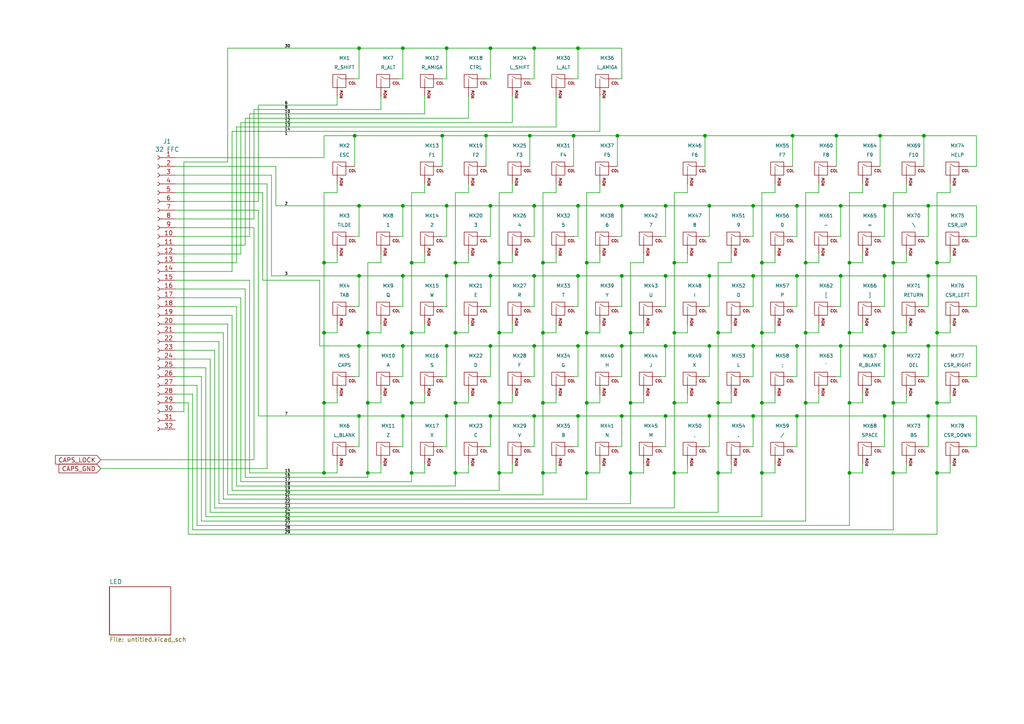
<source format=kicad_sch>
(kicad_sch (version 20231120) (generator "eeschema") (generator_version "8.0")
  (paper "A4")
  (junction (at 218.44 100.33))
  (junction (at 167.64 80.01))
  (junction (at 93.98 137.16))
  (junction (at 154.94 80.01))
  (junction (at 166.37 39.37))
  (junction (at 195.58 116.84))
  (junction (at 167.64 120.65))
  (junction (at 104.14 100.33))
  (junction (at 259.08 137.16))
  (junction (at 144.78 76.2))
  (junction (at 116.84 59.69))
  (junction (at 256.54 100.33))
  (junction (at 243.84 100.33))
  (junction (at 142.24 100.33))
  (junction (at 259.08 96.52))
  (junction (at 218.44 80.01))
  (junction (at 132.08 76.2))
  (junction (at 205.74 59.69))
  (junction (at 157.48 137.16))
  (junction (at 259.08 76.2))
  (junction (at 104.14 59.69))
  (junction (at 116.84 100.33))
  (junction (at 116.84 80.01))
  (junction (at 195.58 96.52))
  (junction (at 129.54 59.69))
  (junction (at 154.94 13.97))
  (junction (at 233.68 96.52))
  (junction (at 195.58 137.16))
  (junction (at 132.08 96.52))
  (junction (at 154.94 100.33))
  (junction (at 271.78 96.52))
  (junction (at 208.28 116.84))
  (junction (at 243.84 59.69))
  (junction (at 104.14 80.01))
  (junction (at 229.87 39.37))
  (junction (at 271.78 116.84))
  (junction (at 132.08 137.16))
  (junction (at 218.44 59.69))
  (junction (at 205.74 120.65))
  (junction (at 271.78 137.16))
  (junction (at 182.88 96.52))
  (junction (at 205.74 100.33))
  (junction (at 129.54 80.01))
  (junction (at 255.27 39.37))
  (junction (at 170.18 96.52))
  (junction (at 157.48 96.52))
  (junction (at 180.34 100.33))
  (junction (at 271.78 76.2))
  (junction (at 231.14 100.33))
  (junction (at 218.44 120.65))
  (junction (at 269.24 59.69))
  (junction (at 233.68 116.84))
  (junction (at 170.18 137.16))
  (junction (at 195.58 76.2))
  (junction (at 142.24 120.65))
  (junction (at 119.38 96.52))
  (junction (at 180.34 59.69))
  (junction (at 116.84 120.65))
  (junction (at 256.54 59.69))
  (junction (at 256.54 80.01))
  (junction (at 182.88 137.16))
  (junction (at 269.24 80.01))
  (junction (at 140.97 39.37))
  (junction (at 231.14 80.01))
  (junction (at 144.78 96.52))
  (junction (at 142.24 59.69))
  (junction (at 106.68 137.16))
  (junction (at 233.68 76.2))
  (junction (at 142.24 80.01))
  (junction (at 129.54 100.33))
  (junction (at 243.84 80.01))
  (junction (at 204.47 39.37))
  (junction (at 180.34 80.01))
  (junction (at 106.68 96.52))
  (junction (at 170.18 116.84))
  (junction (at 144.78 137.16))
  (junction (at 269.24 100.33))
  (junction (at 116.84 13.97))
  (junction (at 119.38 76.2))
  (junction (at 193.04 59.69))
  (junction (at 102.87 39.37))
  (junction (at 119.38 137.16))
  (junction (at 93.98 96.52))
  (junction (at 269.24 120.65))
  (junction (at 231.14 59.69))
  (junction (at 220.98 137.16))
  (junction (at 104.14 13.97))
  (junction (at 154.94 59.69))
  (junction (at 119.38 116.84))
  (junction (at 267.97 39.37))
  (junction (at 179.07 39.37))
  (junction (at 193.04 80.01))
  (junction (at 129.54 120.65))
  (junction (at 246.38 116.84))
  (junction (at 128.27 39.37))
  (junction (at 256.54 120.65))
  (junction (at 157.48 116.84))
  (junction (at 208.28 137.16))
  (junction (at 104.14 120.65))
  (junction (at 231.14 120.65))
  (junction (at 93.98 116.84))
  (junction (at 144.78 116.84))
  (junction (at 259.08 116.84))
  (junction (at 242.57 39.37))
  (junction (at 208.28 96.52))
  (junction (at 220.98 76.2))
  (junction (at 180.34 120.65))
  (junction (at 154.94 120.65))
  (junction (at 129.54 13.97))
  (junction (at 182.88 116.84))
  (junction (at 142.24 13.97))
  (junction (at 153.67 39.37))
  (junction (at 220.98 116.84))
  (junction (at 205.74 80.01))
  (junction (at 170.18 76.2))
  (junction (at 93.98 76.2))
  (junction (at 220.98 96.52))
  (junction (at 246.38 96.52))
  (junction (at 193.04 100.33))
  (junction (at 132.08 116.84))
  (junction (at 193.04 120.65))
  (junction (at 157.48 76.2))
  (junction (at 167.64 13.97))
  (junction (at 167.64 100.33))
  (junction (at 106.68 116.84))
  (junction (at 246.38 76.2))
  (junction (at 167.64 59.69))
  (junction (at 246.38 137.16))
  (wire (pts (xy 67.31 142.24) (xy 144.78 142.24)))
  (wire (pts (xy 157.48 137.16) (xy 157.48 116.84)))
  (wire (pts (xy 179.07 129.54) (xy 180.34 129.54)))
  (wire (pts (xy 166.37 88.9) (xy 167.64 88.9)))
  (wire (pts (xy 259.08 153.67) (xy 259.08 137.16)))
  (wire (pts (xy 58.42 151.13) (xy 233.68 151.13)))
  (wire (pts (xy 182.88 116.84) (xy 182.88 96.52)))
  (wire (pts (xy 104.14 22.86) (xy 104.14 13.97)))
  (wire (pts (xy 161.29 73.66) (xy 161.29 76.2)))
  (wire (pts (xy 55.88 153.67) (xy 259.08 153.67)))
  (wire (pts (xy 67.31 91.44) (xy 50.8 91.44)))
  (wire (pts (xy 186.69 137.16) (xy 182.88 137.16)))
  (wire (pts (xy 180.34 68.58) (xy 180.34 59.69)))
  (wire (pts (xy 283.21 109.22) (xy 280.67 109.22)))
  (wire (pts (xy 59.69 106.68) (xy 50.8 106.68)))
  (wire (pts (xy 115.57 129.54) (xy 116.84 129.54)))
  (wire (pts (xy 144.78 76.2) (xy 144.78 55.88)))
  (wire (pts (xy 186.69 116.84) (xy 182.88 116.84)))
  (wire (pts (xy 283.21 129.54) (xy 283.21 120.65)))
  (wire (pts (xy 72.39 137.16) (xy 72.39 81.28)))
  (wire (pts (xy 123.19 76.2) (xy 119.38 76.2)))
  (wire (pts (xy 129.54 13.97) (xy 142.24 13.97)))
  (wire (pts (xy 275.59 137.16) (xy 271.78 137.16)))
  (wire (pts (xy 102.87 88.9) (xy 104.14 88.9)))
  (wire (pts (xy 170.18 144.78) (xy 170.18 137.16)))
  (wire (pts (xy 243.84 68.58) (xy 243.84 59.69)))
  (wire (pts (xy 208.28 148.59) (xy 208.28 137.16)))
  (wire (pts (xy 68.58 36.83) (xy 68.58 76.2)))
  (wire (pts (xy 144.78 116.84) (xy 144.78 96.52)))
  (wire (pts (xy 224.79 96.52) (xy 220.98 96.52)))
  (wire (pts (xy 123.19 134.62) (xy 123.19 137.16)))
  (wire (pts (xy 77.47 53.34) (xy 77.47 135.89)))
  (wire (pts (xy 157.48 76.2) (xy 157.48 55.88)))
  (wire (pts (xy 224.79 55.88) (xy 220.98 55.88)))
  (wire (pts (xy 135.89 134.62) (xy 135.89 137.16)))
  (wire (pts (xy 161.29 76.2) (xy 157.48 76.2)))
  (wire (pts (xy 280.67 68.58) (xy 283.21 68.58)))
  (wire (pts (xy 237.49 76.2) (xy 233.68 76.2)))
  (wire (pts (xy 93.98 96.52) (xy 93.98 116.84)))
  (wire (pts (xy 80.01 59.69) (xy 80.01 48.26)))
  (wire (pts (xy 212.09 73.66) (xy 212.09 76.2)))
  (wire (pts (xy 218.44 88.9) (xy 218.44 80.01)))
  (wire (pts (xy 246.38 116.84) (xy 246.38 137.16)))
  (wire (pts (xy 104.14 100.33) (xy 116.84 100.33)))
  (wire (pts (xy 144.78 96.52) (xy 144.78 76.2)))
  (wire (pts (xy 231.14 109.22) (xy 231.14 100.33)))
  (wire (pts (xy 53.34 46.99) (xy 66.04 46.99)))
  (wire (pts (xy 180.34 80.01) (xy 167.64 80.01)))
  (wire (pts (xy 142.24 80.01) (xy 129.54 80.01)))
  (wire (pts (xy 97.79 55.88) (xy 93.98 55.88)))
  (wire (pts (xy 140.97 109.22) (xy 142.24 109.22)))
  (wire (pts (xy 68.58 76.2) (xy 50.8 76.2)))
  (wire (pts (xy 255.27 88.9) (xy 256.54 88.9)))
  (wire (pts (xy 73.66 31.75) (xy 73.66 63.5)))
  (wire (pts (xy 142.24 88.9) (xy 142.24 80.01)))
  (wire (pts (xy 161.29 134.62) (xy 161.29 137.16)))
  (wire (pts (xy 102.87 129.54) (xy 104.14 129.54)))
  (wire (pts (xy 224.79 114.3) (xy 224.79 116.84)))
  (wire (pts (xy 173.99 114.3) (xy 173.99 116.84)))
  (wire (pts (xy 128.27 109.22) (xy 129.54 109.22)))
  (wire (pts (xy 157.48 116.84) (xy 157.48 96.52)))
  (wire (pts (xy 154.94 109.22) (xy 154.94 100.33)))
  (wire (pts (xy 224.79 134.62) (xy 224.79 137.16)))
  (wire (pts (xy 280.67 88.9) (xy 283.21 88.9)))
  (wire (pts (xy 78.74 80.01) (xy 78.74 50.8)))
  (wire (pts (xy 74.93 120.65) (xy 74.93 60.96)))
  (wire (pts (xy 116.84 22.86) (xy 116.84 13.97)))
  (wire (pts (xy 231.14 120.65) (xy 218.44 120.65)))
  (wire (pts (xy 97.79 134.62) (xy 97.79 137.16)))
  (wire (pts (xy 116.84 68.58) (xy 116.84 59.69)))
  (wire (pts (xy 102.87 22.86) (xy 104.14 22.86)))
  (wire (pts (xy 218.44 109.22) (xy 218.44 100.33)))
  (wire (pts (xy 102.87 48.26) (xy 102.87 39.37)))
  (wire (pts (xy 71.12 34.29) (xy 135.89 34.29)))
  (wire (pts (xy 148.59 27.94) (xy 148.59 35.56)))
  (wire (pts (xy 128.27 22.86) (xy 129.54 22.86)))
  (wire (pts (xy 132.08 76.2) (xy 132.08 55.88)))
  (wire (pts (xy 195.58 76.2) (xy 195.58 55.88)))
  (wire (pts (xy 208.28 96.52) (xy 208.28 76.2)))
  (wire (pts (xy 217.17 129.54) (xy 218.44 129.54)))
  (wire (pts (xy 246.38 76.2) (xy 246.38 96.52)))
  (wire (pts (xy 74.93 120.65) (xy 104.14 120.65)))
  (wire (pts (xy 250.19 134.62) (xy 250.19 137.16)))
  (wire (pts (xy 218.44 59.69) (xy 231.14 59.69)))
  (wire (pts (xy 283.21 68.58) (xy 283.21 59.69)))
  (wire (pts (xy 132.08 96.52) (xy 132.08 76.2)))
  (wire (pts (xy 173.99 137.16) (xy 170.18 137.16)))
  (wire (pts (xy 129.54 59.69) (xy 142.24 59.69)))
  (wire (pts (xy 170.18 116.84) (xy 170.18 96.52)))
  (wire (pts (xy 224.79 93.98) (xy 224.79 96.52)))
  (wire (pts (xy 154.94 68.58) (xy 154.94 59.69)))
  (wire (pts (xy 132.08 137.16) (xy 132.08 116.84)))
  (wire (pts (xy 283.21 48.26) (xy 283.21 39.37)))
  (wire (pts (xy 195.58 96.52) (xy 195.58 76.2)))
  (wire (pts (xy 72.39 33.02) (xy 72.39 68.58)))
  (wire (pts (xy 204.47 68.58) (xy 205.74 68.58)))
  (wire (pts (xy 110.49 73.66) (xy 110.49 76.2)))
  (wire (pts (xy 166.37 109.22) (xy 167.64 109.22)))
  (wire (pts (xy 76.2 55.88) (xy 76.2 81.28)))
  (wire (pts (xy 166.37 22.86) (xy 167.64 22.86)))
  (wire (pts (xy 74.93 58.42) (xy 50.8 58.42)))
  (wire (pts (xy 93.98 39.37) (xy 102.87 39.37)))
  (wire (pts (xy 179.07 48.26) (xy 179.07 39.37)))
  (wire (pts (xy 71.12 138.43) (xy 71.12 83.82)))
  (wire (pts (xy 129.54 129.54) (xy 129.54 120.65)))
  (wire (pts (xy 142.24 120.65) (xy 129.54 120.65)))
  (wire (pts (xy 161.29 116.84) (xy 157.48 116.84)))
  (wire (pts (xy 167.64 120.65) (xy 154.94 120.65)))
  (wire (pts (xy 250.19 96.52) (xy 246.38 96.52)))
  (wire (pts (xy 231.14 88.9) (xy 231.14 80.01)))
  (wire (pts (xy 148.59 114.3) (xy 148.59 116.84)))
  (wire (pts (xy 242.57 39.37) (xy 255.27 39.37)))
  (wire (pts (xy 157.48 55.88) (xy 161.29 55.88)))
  (wire (pts (xy 74.93 30.48) (xy 74.93 58.42)))
  (wire (pts (xy 140.97 39.37) (xy 153.67 39.37)))
  (wire (pts (xy 233.68 96.52) (xy 233.68 76.2)))
  (wire (pts (xy 97.79 73.66) (xy 97.79 76.2)))
  (wire (pts (xy 106.68 76.2) (xy 110.49 76.2)))
  (wire (pts (xy 259.08 137.16) (xy 259.08 116.84)))
  (wire (pts (xy 116.84 13.97) (xy 129.54 13.97)))
  (wire (pts (xy 153.67 88.9) (xy 154.94 88.9)))
  (wire (pts (xy 68.58 140.97) (xy 132.08 140.97)))
  (wire (pts (xy 93.98 55.88) (xy 93.98 76.2)))
  (wire (pts (xy 71.12 83.82) (xy 50.8 83.82)))
  (wire (pts (xy 93.98 116.84) (xy 93.98 137.16)))
  (wire (pts (xy 262.89 134.62) (xy 262.89 137.16)))
  (wire (pts (xy 256.54 120.65) (xy 231.14 120.65)))
  (wire (pts (xy 179.07 109.22) (xy 180.34 109.22)))
  (wire (pts (xy 161.29 53.34) (xy 161.29 55.88)))
  (wire (pts (xy 191.77 88.9) (xy 193.04 88.9)))
  (wire (pts (xy 229.87 39.37) (xy 242.57 39.37)))
  (wire (pts (xy 182.88 137.16) (xy 182.88 116.84)))
  (wire (pts (xy 173.99 134.62) (xy 173.99 137.16)))
  (wire (pts (xy 106.68 116.84) (xy 106.68 96.52)))
  (wire (pts (xy 119.38 137.16) (xy 119.38 116.84)))
  (wire (pts (xy 102.87 109.22) (xy 104.14 109.22)))
  (wire (pts (xy 275.59 116.84) (xy 271.78 116.84)))
  (wire (pts (xy 182.88 146.05) (xy 182.88 137.16)))
  (wire (pts (xy 259.08 76.2) (xy 259.08 55.88)))
  (wire (pts (xy 199.39 53.34) (xy 199.39 55.88)))
  (wire (pts (xy 220.98 76.2) (xy 220.98 96.52)))
  (wire (pts (xy 50.8 45.72) (xy 93.98 45.72)))
  (wire (pts (xy 180.34 120.65) (xy 167.64 120.65)))
  (wire (pts (xy 167.64 13.97) (xy 180.34 13.97)))
  (wire (pts (xy 135.89 76.2) (xy 132.08 76.2)))
  (wire (pts (xy 67.31 78.74) (xy 50.8 78.74)))
  (wire (pts (xy 57.15 152.4) (xy 246.38 152.4)))
  (wire (pts (xy 243.84 100.33) (xy 256.54 100.33)))
  (wire (pts (xy 80.01 59.69) (xy 104.14 59.69)))
  (wire (pts (xy 242.57 68.58) (xy 243.84 68.58)))
  (wire (pts (xy 64.77 144.78) (xy 170.18 144.78)))
  (wire (pts (xy 64.77 144.78) (xy 64.77 96.52)))
  (wire (pts (xy 191.77 109.22) (xy 193.04 109.22)))
  (wire (pts (xy 66.04 13.97) (xy 104.14 13.97)))
  (wire (pts (xy 63.5 146.05) (xy 182.88 146.05)))
  (wire (pts (xy 93.98 76.2) (xy 93.98 96.52)))
  (wire (pts (xy 220.98 55.88) (xy 220.98 76.2)))
  (wire (pts (xy 224.79 53.34) (xy 224.79 55.88)))
  (wire (pts (xy 259.08 116.84) (xy 259.08 96.52)))
  (wire (pts (xy 135.89 93.98) (xy 135.89 96.52)))
  (wire (pts (xy 269.24 80.01) (xy 256.54 80.01)))
  (wire (pts (xy 144.78 137.16) (xy 144.78 116.84)))
  (wire (pts (xy 205.74 100.33) (xy 218.44 100.33)))
  (wire (pts (xy 123.19 137.16) (xy 119.38 137.16)))
  (wire (pts (xy 104.14 88.9) (xy 104.14 80.01)))
  (wire (pts (xy 129.54 100.33) (xy 142.24 100.33)))
  (wire (pts (xy 180.34 129.54) (xy 180.34 120.65)))
  (wire (pts (xy 193.04 109.22) (xy 193.04 100.33)))
  (wire (pts (xy 62.23 147.32) (xy 62.23 101.6)))
  (wire (pts (xy 102.87 39.37) (xy 128.27 39.37)))
  (wire (pts (xy 129.54 88.9) (xy 129.54 80.01)))
  (wire (pts (xy 262.89 114.3) (xy 262.89 116.84)))
  (wire (pts (xy 69.85 35.56) (xy 69.85 73.66)))
  (wire (pts (xy 271.78 55.88) (xy 271.78 76.2)))
  (wire (pts (xy 275.59 73.66) (xy 275.59 76.2)))
  (wire (pts (xy 161.29 137.16) (xy 157.48 137.16)))
  (wire (pts (xy 66.04 46.99) (xy 66.04 13.97)))
  (wire (pts (xy 97.79 53.34) (xy 97.79 55.88)))
  (wire (pts (xy 233.68 151.13) (xy 233.68 116.84)))
  (wire (pts (xy 63.5 99.06) (xy 50.8 99.06)))
  (wire (pts (xy 110.49 116.84) (xy 106.68 116.84)))
  (wire (pts (xy 129.54 109.22) (xy 129.54 100.33)))
  (wire (pts (xy 199.39 96.52) (xy 195.58 96.52)))
  (wire (pts (xy 68.58 140.97) (xy 68.58 88.9)))
  (wire (pts (xy 80.01 48.26) (xy 50.8 48.26)))
  (wire (pts (xy 269.24 59.69) (xy 283.21 59.69)))
  (wire (pts (xy 115.57 68.58) (xy 116.84 68.58)))
  (wire (pts (xy 157.48 143.51) (xy 157.48 137.16)))
  (wire (pts (xy 93.98 45.72) (xy 93.98 39.37)))
  (wire (pts (xy 68.58 88.9) (xy 50.8 88.9)))
  (wire (pts (xy 218.44 120.65) (xy 205.74 120.65)))
  (wire (pts (xy 250.19 53.34) (xy 250.19 55.88)))
  (wire (pts (xy 92.71 100.33) (xy 92.71 81.28)))
  (wire (pts (xy 148.59 134.62) (xy 148.59 137.16)))
  (wire (pts (xy 186.69 114.3) (xy 186.69 116.84)))
  (wire (pts (xy 204.47 109.22) (xy 205.74 109.22)))
  (wire (pts (xy 54.61 154.94) (xy 54.61 116.84)))
  (wire (pts (xy 71.12 138.43) (xy 106.68 138.43)))
  (wire (pts (xy 67.31 38.1) (xy 173.99 38.1)))
  (wire (pts (xy 73.66 31.75) (xy 110.49 31.75)))
  (wire (pts (xy 237.49 93.98) (xy 237.49 96.52)))
  (wire (pts (xy 97.79 96.52) (xy 93.98 96.52)))
  (wire (pts (xy 275.59 76.2) (xy 271.78 76.2)))
  (wire (pts (xy 97.79 76.2) (xy 93.98 76.2)))
  (wire (pts (xy 62.23 147.32) (xy 195.58 147.32)))
  (wire (pts (xy 154.94 22.86) (xy 154.94 13.97)))
  (wire (pts (xy 231.14 59.69) (xy 243.84 59.69)))
  (wire (pts (xy 119.38 139.7) (xy 119.38 137.16)))
  (wire (pts (xy 57.15 152.4) (xy 57.15 111.76)))
  (wire (pts (xy 142.24 22.86) (xy 142.24 13.97)))
  (wire (pts (xy 205.74 88.9) (xy 205.74 80.01)))
  (wire (pts (xy 135.89 114.3) (xy 135.89 116.84)))
  (wire (pts (xy 224.79 116.84) (xy 220.98 116.84)))
  (wire (pts (xy 256.54 88.9) (xy 256.54 80.01)))
  (wire (pts (xy 71.12 71.12) (xy 50.8 71.12)))
  (wire (pts (xy 256.54 109.22) (xy 256.54 100.33)))
  (wire (pts (xy 193.04 100.33) (xy 205.74 100.33)))
  (wire (pts (xy 142.24 13.97) (xy 154.94 13.97)))
  (wire (pts (xy 142.24 68.58) (xy 142.24 59.69)))
  (wire (pts (xy 154.94 129.54) (xy 154.94 120.65)))
  (wire (pts (xy 115.57 88.9) (xy 116.84 88.9)))
  (wire (pts (xy 218.44 68.58) (xy 218.44 59.69)))
  (wire (pts (xy 135.89 116.84) (xy 132.08 116.84)))
  (wire (pts (xy 199.39 116.84) (xy 195.58 116.84)))
  (wire (pts (xy 167.64 109.22) (xy 167.64 100.33)))
  (wire (pts (xy 119.38 76.2) (xy 119.38 55.88)))
  (wire (pts (xy 229.87 129.54) (xy 231.14 129.54)))
  (wire (pts (xy 267.97 48.26) (xy 267.97 39.37)))
  (wire (pts (xy 119.38 116.84) (xy 119.38 96.52)))
  (wire (pts (xy 267.97 68.58) (xy 269.24 68.58)))
  (wire (pts (xy 242.57 48.26) (xy 242.57 39.37)))
  (wire (pts (xy 250.19 137.16) (xy 246.38 137.16)))
  (wire (pts (xy 256.54 68.58) (xy 256.54 59.69)))
  (wire (pts (xy 135.89 73.66) (xy 135.89 76.2)))
  (wire (pts (xy 231.14 68.58) (xy 231.14 59.69)))
  (wire (pts (xy 97.79 114.3) (xy 97.79 116.84)))
  (wire (pts (xy 74.93 60.96) (xy 50.8 60.96)))
  (wire (pts (xy 204.47 129.54) (xy 205.74 129.54)))
  (wire (pts (xy 231.14 80.01) (xy 218.44 80.01)))
  (wire (pts (xy 64.77 96.52) (xy 50.8 96.52)))
  (wire (pts (xy 218.44 100.33) (xy 231.14 100.33)))
  (wire (pts (xy 170.18 137.16) (xy 170.18 116.84)))
  (wire (pts (xy 140.97 48.26) (xy 140.97 39.37)))
  (wire (pts (xy 193.04 59.69) (xy 205.74 59.69)))
  (wire (pts (xy 220.98 96.52) (xy 220.98 116.84)))
  (wire (pts (xy 180.34 100.33) (xy 193.04 100.33)))
  (wire (pts (xy 243.84 80.01) (xy 231.14 80.01)))
  (wire (pts (xy 110.49 27.94) (xy 110.49 31.75)))
  (wire (pts (xy 148.59 73.66) (xy 148.59 76.2)))
  (wire (pts (xy 262.89 116.84) (xy 259.08 116.84)))
  (wire (pts (xy 167.64 129.54) (xy 167.64 120.65)))
  (wire (pts (xy 231.14 100.33) (xy 243.84 100.33)))
  (wire (pts (xy 269.24 120.65) (xy 256.54 120.65)))
  (wire (pts (xy 229.87 48.26) (xy 229.87 39.37)))
  (wire (pts (xy 58.42 109.22) (xy 50.8 109.22)))
  (wire (pts (xy 204.47 88.9) (xy 205.74 88.9)))
  (wire (pts (xy 186.69 73.66) (xy 186.69 76.2)))
  (wire (pts (xy 123.19 27.94) (xy 123.19 33.02)))
  (wire (pts (xy 144.78 142.24) (xy 144.78 137.16)))
  (wire (pts (xy 180.34 109.22) (xy 180.34 100.33)))
  (wire (pts (xy 67.31 142.24) (xy 67.31 91.44)))
  (wire (pts (xy 182.88 76.2) (xy 186.69 76.2)))
  (wire (pts (xy 199.39 134.62) (xy 199.39 137.16)))
  (wire (pts (xy 129.54 80.01) (xy 116.84 80.01)))
  (wire (pts (xy 237.49 116.84) (xy 233.68 116.84)))
  (wire (pts (xy 275.59 114.3) (xy 275.59 116.84)))
  (wire (pts (xy 246.38 55.88) (xy 246.38 76.2)))
  (wire (pts (xy 63.5 146.05) (xy 63.5 99.06)))
  (wire (pts (xy 29.21 133.35) (xy 73.66 133.35)))
  (wire (pts (xy 74.93 30.48) (xy 97.79 30.48)))
  (wire (pts (xy 262.89 76.2) (xy 259.08 76.2)))
  (wire (pts (xy 193.04 120.65) (xy 180.34 120.65)))
  (wire (pts (xy 275.59 93.98) (xy 275.59 96.52)))
  (wire (pts (xy 193.04 129.54) (xy 193.04 120.65)))
  (wire (pts (xy 142.24 59.69) (xy 154.94 59.69)))
  (wire (pts (xy 167.64 80.01) (xy 154.94 80.01)))
  (wire (pts (xy 128.27 129.54) (xy 129.54 129.54)))
  (wire (pts (xy 237.49 53.34) (xy 237.49 55.88)))
  (wire (pts (xy 166.37 129.54) (xy 167.64 129.54)))
  (wire (pts (xy 132.08 55.88) (xy 135.89 55.88)))
  (wire (pts (xy 57.15 111.76) (xy 50.8 111.76)))
  (wire (pts (xy 128.27 68.58) (xy 129.54 68.58)))
  (wire (pts (xy 170.18 76.2) (xy 170.18 55.88)))
  (wire (pts (xy 205.74 68.58) (xy 205.74 59.69)))
  (wire (pts (xy 110.49 114.3) (xy 110.49 116.84)))
  (wire (pts (xy 267.97 88.9) (xy 269.24 88.9)))
  (wire (pts (xy 204.47 48.26) (xy 204.47 39.37)))
  (wire (pts (xy 250.19 73.66) (xy 250.19 76.2)))
  (wire (pts (xy 135.89 53.34) (xy 135.89 55.88)))
  (wire (pts (xy 154.94 59.69) (xy 167.64 59.69)))
  (wire (pts (xy 205.74 120.65) (xy 193.04 120.65)))
  (wire (pts (xy 179.07 88.9) (xy 180.34 88.9)))
  (wire (pts (xy 212.09 134.62) (xy 212.09 137.16)))
  (wire (pts (xy 195.58 147.32) (xy 195.58 137.16)))
  (wire (pts (xy 212.09 96.52) (xy 208.28 96.52)))
  (wire (pts (xy 142.24 109.22) (xy 142.24 100.33)))
  (wire (pts (xy 250.19 76.2) (xy 246.38 76.2)))
  (wire (pts (xy 267.97 129.54) (xy 269.24 129.54)))
  (wire (pts (xy 161.29 27.94) (xy 161.29 36.83)))
  (wire (pts (xy 29.21 135.89) (xy 77.47 135.89)))
  (wire (pts (xy 116.84 59.69) (xy 129.54 59.69)))
  (wire (pts (xy 269.24 68.58) (xy 269.24 59.69)))
  (wire (pts (xy 256.54 59.69) (xy 269.24 59.69)))
  (wire (pts (xy 218.44 80.01) (xy 205.74 80.01)))
  (wire (pts (xy 180.34 59.69) (xy 193.04 59.69)))
  (wire (pts (xy 73.66 66.04) (xy 50.8 66.04)))
  (wire (pts (xy 153.67 22.86) (xy 154.94 22.86)))
  (wire (pts (xy 73.66 66.04) (xy 73.66 133.35)))
  (wire (pts (xy 250.19 116.84) (xy 246.38 116.84)))
  (wire (pts (xy 115.57 22.86) (xy 116.84 22.86)))
  (wire (pts (xy 148.59 76.2) (xy 144.78 76.2)))
  (wire (pts (xy 229.87 88.9) (xy 231.14 88.9)))
  (wire (pts (xy 220.98 116.84) (xy 220.98 137.16)))
  (wire (pts (xy 275.59 55.88) (xy 271.78 55.88)))
  (wire (pts (xy 246.38 96.52) (xy 246.38 116.84)))
  (wire (pts (xy 116.84 80.01) (xy 104.14 80.01)))
  (wire (pts (xy 148.59 137.16) (xy 144.78 137.16)))
  (wire (pts (xy 262.89 73.66) (xy 262.89 76.2)))
  (wire (pts (xy 148.59 93.98) (xy 148.59 96.52)))
  (wire (pts (xy 283.21 88.9) (xy 283.21 80.01)))
  (wire (pts (xy 195.58 116.84) (xy 195.58 96.52)))
  (wire (pts (xy 67.31 38.1) (xy 67.31 78.74)))
  (wire (pts (xy 153.67 68.58) (xy 154.94 68.58)))
  (wire (pts (xy 71.12 34.29) (xy 71.12 71.12)))
  (wire (pts (xy 104.14 129.54) (xy 104.14 120.65)))
  (wire (pts (xy 180.34 88.9) (xy 180.34 80.01)))
  (wire (pts (xy 262.89 96.52) (xy 259.08 96.52)))
  (wire (pts (xy 69.85 86.36) (xy 50.8 86.36)))
  (wire (pts (xy 208.28 76.2) (xy 212.09 76.2)))
  (wire (pts (xy 142.24 129.54) (xy 142.24 120.65)))
  (wire (pts (xy 229.87 68.58) (xy 231.14 68.58)))
  (wire (pts (xy 173.99 53.34) (xy 173.99 55.88)))
  (wire (pts (xy 148.59 116.84) (xy 144.78 116.84)))
  (wire (pts (xy 104.14 13.97) (xy 116.84 13.97)))
  (wire (pts (xy 173.99 93.98) (xy 173.99 96.52)))
  (wire (pts (xy 199.39 73.66) (xy 199.39 76.2)))
  (wire (pts (xy 68.58 36.83) (xy 161.29 36.83)))
  (wire (pts (xy 69.85 35.56) (xy 148.59 35.56)))
  (wire (pts (xy 217.17 109.22) (xy 218.44 109.22)))
  (wire (pts (xy 128.27 39.37) (xy 140.97 39.37)))
  (wire (pts (xy 179.07 68.58) (xy 180.34 68.58)))
  (wire (pts (xy 154.94 88.9) (xy 154.94 80.01)))
  (wire (pts (xy 205.74 129.54) (xy 205.74 120.65)))
  (wire (pts (xy 180.34 22.86) (xy 179.07 22.86)))
  (wire (pts (xy 269.24 109.22) (xy 269.24 100.33)))
  (wire (pts (xy 123.19 53.34) (xy 123.19 55.88)))
  (wire (pts (xy 154.94 80.01) (xy 142.24 80.01)))
  (wire (pts (xy 123.19 96.52) (xy 119.38 96.52)))
  (wire (pts (xy 69.85 73.66) (xy 50.8 73.66)))
  (wire (pts (xy 193.04 80.01) (xy 180.34 80.01)))
  (wire (pts (xy 212.09 93.98) (xy 212.09 96.52)))
  (wire (pts (xy 116.84 120.65) (xy 104.14 120.65)))
  (wire (pts (xy 119.38 96.52) (xy 119.38 76.2)))
  (wire (pts (xy 62.23 101.6) (xy 50.8 101.6)))
  (wire (pts (xy 243.84 109.22) (xy 243.84 100.33)))
  (wire (pts (xy 106.68 116.84) (xy 106.68 137.16)))
  (wire (pts (xy 50.8 119.38) (xy 53.34 119.38)))
  (wire (pts (xy 161.29 96.52) (xy 157.48 96.52)))
  (wire (pts (xy 116.84 129.54) (xy 116.84 120.65)))
  (wire (pts (xy 255.27 109.22) (xy 256.54 109.22)))
  (wire (pts (xy 205.74 109.22) (xy 205.74 100.33)))
  (wire (pts (xy 50.8 55.88) (xy 76.2 55.88)))
  (wire (pts (xy 267.97 109.22) (xy 269.24 109.22)))
  (wire (pts (xy 78.74 50.8) (xy 50.8 50.8)))
  (wire (pts (xy 144.78 55.88) (xy 148.59 55.88)))
  (wire (pts (xy 173.99 27.94) (xy 173.99 38.1)))
  (wire (pts (xy 182.88 96.52) (xy 182.88 76.2)))
  (wire (pts (xy 153.67 48.26) (xy 153.67 39.37)))
  (wire (pts (xy 60.96 148.59) (xy 60.96 104.14)))
  (wire (pts (xy 208.28 116.84) (xy 208.28 96.52)))
  (wire (pts (xy 255.27 129.54) (xy 256.54 129.54)))
  (wire (pts (xy 283.21 80.01) (xy 269.24 80.01)))
  (wire (pts (xy 218.44 129.54) (xy 218.44 120.65)))
  (wire (pts (xy 154.94 100.33) (xy 167.64 100.33)))
  (wire (pts (xy 135.89 27.94) (xy 135.89 34.29)))
  (wire (pts (xy 161.29 93.98) (xy 161.29 96.52)))
  (wire (pts (xy 280.67 48.26) (xy 283.21 48.26)))
  (wire (pts (xy 59.69 149.86) (xy 220.98 149.86)))
  (wire (pts (xy 166.37 39.37) (xy 179.07 39.37)))
  (wire (pts (xy 69.85 139.7) (xy 69.85 86.36)))
  (wire (pts (xy 72.39 81.28) (xy 50.8 81.28)))
  (wire (pts (xy 224.79 137.16) (xy 220.98 137.16)))
  (wire (pts (xy 116.84 88.9) (xy 116.84 80.01)))
  (wire (pts (xy 237.49 96.52) (xy 233.68 96.52)))
  (wire (pts (xy 167.64 68.58) (xy 167.64 59.69)))
  (wire (pts (xy 186.69 96.52) (xy 182.88 96.52)))
  (wire (pts (xy 271.78 76.2) (xy 271.78 96.52)))
  (wire (pts (xy 255.27 39.37) (xy 267.97 39.37)))
  (wire (pts (xy 199.39 76.2) (xy 195.58 76.2)))
  (wire (pts (xy 110.49 96.52) (xy 106.68 96.52)))
  (wire (pts (xy 129.54 68.58) (xy 129.54 59.69)))
  (wire (pts (xy 60.96 148.59) (xy 208.28 148.59)))
  (wire (pts (xy 54.61 116.84) (xy 50.8 116.84)))
  (wire (pts (xy 66.04 93.98) (xy 50.8 93.98)))
  (wire (pts (xy 66.04 143.51) (xy 66.04 93.98)))
  (wire (pts (xy 275.59 134.62) (xy 275.59 137.16)))
  (wire (pts (xy 259.08 55.88) (xy 262.89 55.88)))
  (wire (pts (xy 140.97 22.86) (xy 142.24 22.86)))
  (wire (pts (xy 242.57 88.9) (xy 243.84 88.9)))
  (wire (pts (xy 250.19 114.3) (xy 250.19 116.84)))
  (wire (pts (xy 140.97 129.54) (xy 142.24 129.54)))
  (wire (pts (xy 123.19 116.84) (xy 119.38 116.84)))
  (wire (pts (xy 135.89 96.52) (xy 132.08 96.52)))
  (wire (pts (xy 173.99 116.84) (xy 170.18 116.84)))
  (wire (pts (xy 167.64 100.33) (xy 180.34 100.33)))
  (wire (pts (xy 167.64 88.9) (xy 167.64 80.01)))
  (wire (pts (xy 97.79 93.98) (xy 97.79 96.52)))
  (wire (pts (xy 233.68 116.84) (xy 233.68 96.52)))
  (wire (pts (xy 53.34 119.38) (xy 53.34 46.99)))
  (wire (pts (xy 224.79 73.66) (xy 224.79 76.2)))
  (wire (pts (xy 97.79 116.84) (xy 93.98 116.84)))
  (wire (pts (xy 242.57 109.22) (xy 243.84 109.22)))
  (wire (pts (xy 204.47 39.37) (xy 229.87 39.37)))
  (wire (pts (xy 153.67 39.37) (xy 166.37 39.37)))
  (wire (pts (xy 243.84 88.9) (xy 243.84 80.01)))
  (wire (pts (xy 50.8 53.34) (xy 77.47 53.34)))
  (wire (pts (xy 104.14 68.58) (xy 104.14 59.69)))
  (wire (pts (xy 180.34 13.97) (xy 180.34 22.86)))
  (wire (pts (xy 199.39 114.3) (xy 199.39 116.84)))
  (wire (pts (xy 106.68 96.52) (xy 106.68 76.2)))
  (wire (pts (xy 123.19 73.66) (xy 123.19 76.2)))
  (wire (pts (xy 110.49 137.16) (xy 106.68 137.16)))
  (wire (pts (xy 148.59 96.52) (xy 144.78 96.52)))
  (wire (pts (xy 195.58 137.16) (xy 195.58 116.84)))
  (wire (pts (xy 78.74 80.01) (xy 104.14 80.01)))
  (wire (pts (xy 256.54 129.54) (xy 256.54 120.65)))
  (wire (pts (xy 275.59 96.52) (xy 271.78 96.52)))
  (wire (pts (xy 173.99 96.52) (xy 170.18 96.52)))
  (wire (pts (xy 69.85 139.7) (xy 119.38 139.7)))
  (wire (pts (xy 199.39 93.98) (xy 199.39 96.52)))
  (wire (pts (xy 104.14 100.33) (xy 92.71 100.33)))
  (wire (pts (xy 73.66 63.5) (xy 50.8 63.5)))
  (wire (pts (xy 280.67 129.54) (xy 283.21 129.54)))
  (wire (pts (xy 233.68 55.88) (xy 237.49 55.88)))
  (wire (pts (xy 212.09 116.84) (xy 208.28 116.84)))
  (wire (pts (xy 231.14 129.54) (xy 231.14 120.65)))
  (wire (pts (xy 72.39 68.58) (xy 50.8 68.58)))
  (wire (pts (xy 191.77 129.54) (xy 193.04 129.54)))
  (wire (pts (xy 199.39 137.16) (xy 195.58 137.16)))
  (wire (pts (xy 262.89 137.16) (xy 259.08 137.16)))
  (wire (pts (xy 186.69 134.62) (xy 186.69 137.16)))
  (wire (pts (xy 54.61 154.94) (xy 271.78 154.94)))
  (wire (pts (xy 72.39 33.02) (xy 123.19 33.02)))
  (wire (pts (xy 129.54 120.65) (xy 116.84 120.65)))
  (wire (pts (xy 224.79 76.2) (xy 220.98 76.2)))
  (wire (pts (xy 153.67 109.22) (xy 154.94 109.22)))
  (wire (pts (xy 269.24 100.33) (xy 283.21 100.33)))
  (wire (pts (xy 191.77 68.58) (xy 193.04 68.58)))
  (wire (pts (xy 220.98 137.16) (xy 220.98 149.86)))
  (wire (pts (xy 135.89 137.16) (xy 132.08 137.16)))
  (wire (pts (xy 250.19 93.98) (xy 250.19 96.52)))
  (wire (pts (xy 237.49 114.3) (xy 237.49 116.84)))
  (wire (pts (xy 283.21 100.33) (xy 283.21 109.22)))
  (wire (pts (xy 271.78 96.52) (xy 271.78 116.84)))
  (wire (pts (xy 170.18 96.52) (xy 170.18 76.2)))
  (wire (pts (xy 229.87 109.22) (xy 231.14 109.22)))
  (wire (pts (xy 154.94 120.65) (xy 142.24 120.65)))
  (wire (pts (xy 59.69 149.86) (xy 59.69 106.68)))
  (wire (pts (xy 119.38 55.88) (xy 123.19 55.88)))
  (wire (pts (xy 243.84 59.69) (xy 256.54 59.69)))
  (wire (pts (xy 259.08 96.52) (xy 259.08 76.2)))
  (wire (pts (xy 142.24 100.33) (xy 154.94 100.33)))
  (wire (pts (xy 116.84 100.33) (xy 129.54 100.33)))
  (wire (pts (xy 92.71 81.28) (xy 76.2 81.28)))
  (wire (pts (xy 212.09 137.16) (xy 208.28 137.16)))
  (wire (pts (xy 193.04 88.9) (xy 193.04 80.01)))
  (wire (pts (xy 104.14 59.69) (xy 116.84 59.69)))
  (wire (pts (xy 208.28 137.16) (xy 208.28 116.84)))
  (wire (pts (xy 128.27 88.9) (xy 129.54 88.9)))
  (wire (pts (xy 269.24 88.9) (xy 269.24 80.01)))
  (wire (pts (xy 255.27 68.58) (xy 256.54 68.58)))
  (wire (pts (xy 256.54 80.01) (xy 243.84 80.01)))
  (wire (pts (xy 115.57 109.22) (xy 116.84 109.22)))
  (wire (pts (xy 166.37 68.58) (xy 167.64 68.58)))
  (wire (pts (xy 255.27 48.26) (xy 255.27 39.37)))
  (wire (pts (xy 129.54 22.86) (xy 129.54 13.97)))
  (wire (pts (xy 66.04 143.51) (xy 157.48 143.51)))
  (wire (pts (xy 179.07 39.37) (xy 204.47 39.37)))
  (wire (pts (xy 60.96 104.14) (xy 50.8 104.14)))
  (wire (pts (xy 262.89 53.34) (xy 262.89 55.88)))
  (wire (pts (xy 102.87 68.58) (xy 104.14 68.58)))
  (wire (pts (xy 246.38 137.16) (xy 246.38 152.4)))
  (wire (pts (xy 123.19 114.3) (xy 123.19 116.84)))
  (wire (pts (xy 186.69 93.98) (xy 186.69 96.52)))
  (wire (pts (xy 217.17 88.9) (xy 218.44 88.9)))
  (wire (pts (xy 167.64 22.86) (xy 167.64 13.97)))
  (wire (pts (xy 193.04 68.58) (xy 193.04 59.69)))
  (wire (pts (xy 97.79 27.94) (xy 97.79 30.48)))
  (wire (pts (xy 140.97 88.9) (xy 142.24 88.9)))
  (wire (pts (xy 106.68 137.16) (xy 106.68 138.43)))
  (wire (pts (xy 58.42 151.13) (xy 58.42 109.22)))
  (wire (pts (xy 217.17 68.58) (xy 218.44 68.58)))
  (wire (pts (xy 157.48 96.52) (xy 157.48 76.2)))
  (wire (pts (xy 132.08 140.97) (xy 132.08 137.16)))
  (wire (pts (xy 55.88 153.67) (xy 55.88 114.3)))
  (wire (pts (xy 123.19 93.98) (xy 123.19 96.52)))
  (wire (pts (xy 128.27 48.26) (xy 128.27 39.37)))
  (wire (pts (xy 271.78 137.16) (xy 271.78 154.94)))
  (wire (pts (xy 110.49 93.98) (xy 110.49 96.52)))
  (wire (pts (xy 275.59 53.34) (xy 275.59 55.88)))
  (wire (pts (xy 173.99 76.2) (xy 170.18 76.2)))
  (wire (pts (xy 283.21 120.65) (xy 269.24 120.65)))
  (wire (pts (xy 104.14 109.22) (xy 104.14 100.33)))
  (wire (pts (xy 237.49 73.66) (xy 237.49 76.2)))
  (wire (pts (xy 212.09 114.3) (xy 212.09 116.84)))
  (wire (pts (xy 110.49 134.62) (xy 110.49 137.16)))
  (wire (pts (xy 153.67 129.54) (xy 154.94 129.54)))
  (wire (pts (xy 269.24 129.54) (xy 269.24 120.65)))
  (wire (pts (xy 140.97 68.58) (xy 142.24 68.58)))
  (wire (pts (xy 55.88 114.3) (xy 50.8 114.3)))
  (wire (pts (xy 233.68 76.2) (xy 233.68 55.88)))
  (wire (pts (xy 262.89 93.98) (xy 262.89 96.52)))
  (wire (pts (xy 271.78 116.84) (xy 271.78 137.16)))
  (wire (pts (xy 256.54 100.33) (xy 269.24 100.33)))
  (wire (pts (xy 167.64 59.69) (xy 180.34 59.69)))
  (wire (pts (xy 148.59 53.34) (xy 148.59 55.88)))
  (wire (pts (xy 173.99 73.66) (xy 173.99 76.2)))
  (wire (pts (xy 116.84 109.22) (xy 116.84 100.33)))
  (wire (pts (xy 132.08 116.84) (xy 132.08 96.52)))
  (wire (pts (xy 267.97 39.37) (xy 283.21 39.37)))
  (wire (pts (xy 97.79 137.16) (xy 93.98 137.16)))
  (wire (pts (xy 161.29 114.3) (xy 161.29 116.84)))
  (wire (pts (xy 195.58 55.88) (xy 199.39 55.88)))
  (wire (pts (xy 250.19 55.88) (xy 246.38 55.88)))
  (wire (pts (xy 166.37 48.26) (xy 166.37 39.37)))
  (wire (pts (xy 205.74 59.69) (xy 218.44 59.69)))
  (wire (pts (xy 154.94 13.97) (xy 167.64 13.97)))
  (wire (pts (xy 205.74 80.01) (xy 193.04 80.01)))
  (wire (pts (xy 170.18 55.88) (xy 173.99 55.88)))
  (wire (pts (xy 72.39 137.16) (xy 93.98 137.16)))
  (label "17" (at 82.55 139.7 0) (effects (font (size 0.7874 0.7874))))
  (label "8" (at 82.55 31.75 0) (effects (font (size 0.7874 0.7874))))
  (label "3" (at 82.55 80.01 0) (effects (font (size 0.7874 0.7874))))
  (label "15" (at 82.55 137.16 0) (effects (font (size 0.7874 0.7874))))
  (label "23" (at 82.55 147.32 0) (effects (font (size 0.7874 0.7874))))
  (label "26" (at 82.55 151.13 0) (effects (font (size 0.7874 0.7874))))
  (label "19" (at 82.55 142.24 0) (effects (font (size 0.7874 0.7874))))
  (label "2" (at 82.55 59.69 0) (effects (font (size 0.7874 0.7874))))
  (label "28" (at 82.55 153.67 0) (effects (font (size 0.7874 0.7874))))
  (label "25" (at 82.55 149.86 0) (effects (font (size 0.7874 0.7874))))
  (label "7" (at 82.55 120.65 0) (effects (font (size 0.7874 0.7874))))
  (label "22" (at 82.55 146.05 0) (effects (font (size 0.7874 0.7874))))
  (label "1" (at 82.55 39.37 0) (effects (font (size 0.7874 0.7874))))
  (label "16" (at 82.55 138.43 0) (effects (font (size 0.7874 0.7874))))
  (label "30" (at 82.55 13.97 0) (effects (font (size 0.7874 0.7874))))
  (label "6" (at 82.55 30.48 0) (effects (font (size 0.7874 0.7874))))
  (label "11" (at 82.55 34.29 0) (effects (font (size 0.7874 0.7874))))
  (label "20" (at 82.55 143.51 0) (effects (font (size 0.7874 0.7874))))
  (label "24" (at 82.55 148.59 0) (effects (font (size 0.7874 0.7874))))
  (label "13" (at 82.55 36.83 0) (effects (font (size 0.7874 0.7874))))
  (label "10" (at 82.55 33.02 0) (effects (font (size 0.7874 0.7874))))
  (label "12" (at 82.55 35.56 0) (effects (font (size 0.7874 0.7874))))
  (label "18" (at 82.55 140.97 0) (effects (font (size 0.7874 0.7874))))
  (label "27" (at 82.55 152.4 0) (effects (font (size 0.7874 0.7874))))
  (label "21" (at 82.55 144.78 0) (effects (font (size 0.7874 0.7874))))
  (label "29" (at 82.55 154.94 0) (effects (font (size 0.7874 0.7874))))
  (label "14" (at 82.55 38.1 0) (effects (font (size 0.7874 0.7874))))
  (global_label "CAPS_LOCK" (shape input) (at 29.21 133.35 180) (property "Intersheetrefs" "${INTERSHEET_REFS}" (effects (hide yes))))
  (global_label "CAPS_GND" (shape input) (at 29.21 135.89 180) (property "Intersheetrefs" "${INTERSHEET_REFS}" (effects (hide yes))))
  (symbol (lib_id "A600KB-rescue:MX-NoLED-MX_Alps_Hybrid") (at 162.56 24.13 0) (unit 1)
    (property "Reference" "MX30" (at 163.3982 16.8402 0) (effects (font (size 0.9906 0.9906))))
    (property "Value" "L_ALT" (at 163.3982 19.5326 0) (effects (font (size 0.9906 0.9906))))
    (property "Footprint" "Amiga Keyboard:Gateron-KS33-Solderable-1.25U" (effects (hide yes)))
  )
  (symbol (lib_id "A600KB-rescue:MX-NoLED-MX_Alps_Hybrid") (at 111.76 110.49 0) (unit 1)
    (property "Reference" "MX10" (at 112.5982 103.2002 0) (effects (font (size 0.9906 0.9906))))
    (property "Value" "A" (at 112.5982 105.8926 0) (effects (font (size 0.9906 0.9906))))
    (property "Footprint" "Amiga Keyboard:Gateron-KS33-Solderable-1U" (effects (hide yes)))
  )
  (symbol (lib_id "A600KB-rescue:MX-NoLED-MX_Alps_Hybrid") (at 162.56 90.17 0) (unit 1)
    (property "Reference" "MX33" (at 163.3982 82.8802 0) (effects (font (size 0.9906 0.9906))))
    (property "Value" "T" (at 163.3982 85.5726 0) (effects (font (size 0.9906 0.9906))))
    (property "Footprint" "Amiga Keyboard:Gateron-KS33-Solderable-1U" (effects (hide yes)))
  )
  (symbol (lib_id "A600KB-rescue:MX-NoLED-MX_Alps_Hybrid") (at 162.56 110.49 0) (unit 1)
    (property "Reference" "MX34" (at 163.3982 103.2002 0) (effects (font (size 0.9906 0.9906))))
    (property "Value" "G" (at 163.3982 105.8926 0) (effects (font (size 0.9906 0.9906))))
    (property "Footprint" "Amiga Keyboard:Gateron-KS33-Solderable-1U" (effects (hide yes)))
  )
  (symbol (lib_id "A600KB-rescue:MX-NoLED-MX_Alps_Hybrid") (at 187.96 130.81 0) (unit 1)
    (property "Reference" "MX45" (at 188.7982 123.5202 0) (effects (font (size 0.9906 0.9906))))
    (property "Value" "M" (at 188.7982 126.2126 0) (effects (font (size 0.9906 0.9906))))
    (property "Footprint" "Gateron_KS33_Solderable:Gateron-KS33-Solderable-1U" (effects (hide yes)))
  )
  (symbol (lib_id "A600KB-rescue:MX-NoLED-MX_Alps_Hybrid") (at 137.16 49.53 0) (unit 1)
    (property "Reference" "MX19" (at 137.9982 42.2402 0) (effects (font (size 0.9906 0.9906))))
    (property "Value" "F2" (at 137.9982 44.9326 0) (effects (font (size 0.9906 0.9906))))
    (property "Footprint" "Amiga Keyboard:Gateron-KS33-Solderable-1.25U" (effects (hide yes)))
  )
  (symbol (lib_id "A600KB-rescue:MX-NoLED-MX_Alps_Hybrid") (at 200.66 130.81 0) (unit 1)
    (property "Reference" "MX50" (at 201.4982 123.5202 0) (effects (font (size 0.9906 0.9906))))
    (property "Value" "," (at 201.4982 126.2126 0) (effects (font (size 0.9906 0.9906))))
    (property "Footprint" "Amiga Keyboard:Gateron-KS33-Solderable-1U" (effects (hide yes)))
  )
  (symbol (lib_id "A600KB-rescue:MX-NoLED-MX_Alps_Hybrid") (at 124.46 130.81 0) (unit 1)
    (property "Reference" "MX17" (at 125.2982 123.5202 0) (effects (font (size 0.9906 0.9906))))
    (property "Value" "X" (at 125.2982 126.2126 0) (effects (font (size 0.9906 0.9906))))
    (property "Footprint" "Amiga Keyboard:Gateron-KS33-Solderable-1U" (effects (hide yes)))
  )
  (symbol (lib_id "A600KB-rescue:MX-NoLED-MX_Alps_Hybrid") (at 264.16 49.53 0) (unit 1)
    (property "Reference" "MX69" (at 264.9982 42.2402 0) (effects (font (size 0.9906 0.9906))))
    (property "Value" "F10" (at 264.9982 44.9326 0) (effects (font (size 0.9906 0.9906))))
    (property "Footprint" "Amiga Keyboard:Gateron-KS33-Solderable-1.25U" (effects (hide yes)))
  )
  (symbol (lib_id "A600KB-rescue:MX-NoLED-MX_Alps_Hybrid") (at 149.86 90.17 0) (unit 1)
    (property "Reference" "MX27" (at 150.6982 82.8802 0) (effects (font (size 0.9906 0.9906))))
    (property "Value" "R" (at 150.6982 85.5726 0) (effects (font (size 0.9906 0.9906))))
    (property "Footprint" "Amiga Keyboard:Gateron-KS33-Solderable-1U" (effects (hide yes)))
  )
  (symbol (lib_id "A600KB-rescue:MX-NoLED-MX_Alps_Hybrid") (at 137.16 24.13 0) (unit 1)
    (property "Reference" "MX18" (at 137.9982 16.8402 0) (effects (font (size 0.9906 0.9906))))
    (property "Value" "CTRL" (at 137.9982 19.5326 0) (effects (font (size 0.9906 0.9906))))
    (property "Footprint" "Amiga Keyboard:Gateron-KS33-Solderable-1.25U" (effects (hide yes)))
  )
  (symbol (lib_id "A600KB-rescue:MX-NoLED-MX_Alps_Hybrid") (at 226.06 69.85 0) (unit 1)
    (property "Reference" "MX56" (at 226.8982 62.5602 0) (effects (font (size 0.9906 0.9906))))
    (property "Value" "0" (at 226.8982 65.2526 0) (effects (font (size 0.9906 0.9906))))
    (property "Footprint" "Amiga Keyboard:Gateron-KS33-Solderable-1U" (effects (hide yes)))
  )
  (symbol (lib_id "A600KB-rescue:MX-NoLED-MX_Alps_Hybrid") (at 238.76 69.85 0) (unit 1)
    (property "Reference" "MX61" (at 239.5982 62.5602 0) (effects (font (size 0.9906 0.9906))))
    (property "Value" "-" (at 239.5982 65.2526 0) (effects (font (size 0.9906 0.9906))))
    (property "Footprint" "Amiga Keyboard:Gateron-KS33-Solderable-1U" (effects (hide yes)))
  )
  (symbol (lib_id "A600KB-rescue:MX-NoLED-MX_Alps_Hybrid") (at 276.86 49.53 0) (unit 1)
    (property "Reference" "MX74" (at 277.6982 42.2402 0) (effects (font (size 0.9906 0.9906))))
    (property "Value" "HELP" (at 277.6982 44.9326 0) (effects (font (size 0.9906 0.9906))))
    (property "Footprint" "Amiga Keyboard:Gateron-KS33-Solderable-1.25U" (effects (hide yes)))
  )
  (symbol (lib_id "A600KB-rescue:MX-NoLED-MX_Alps_Hybrid") (at 264.16 130.81 0) (unit 1)
    (property "Reference" "MX73" (at 264.9982 123.5202 0) (effects (font (size 0.9906 0.9906))))
    (property "Value" "BS" (at 264.9982 126.2126 0) (effects (font (size 0.9906 0.9906))))
    (property "Footprint" "Amiga Keyboard:Gateron-KS33-Solderable-1U" (effects (hide yes)))
  )
  (symbol (lib_id "A600KB-rescue:MX-NoLED-MX_Alps_Hybrid") (at 175.26 49.53 0) (unit 1)
    (property "Reference" "MX37" (at 176.0982 42.2402 0) (effects (font (size 0.9906 0.9906))))
    (property "Value" "F5" (at 176.0982 44.9326 0) (effects (font (size 0.9906 0.9906))))
    (property "Footprint" "Amiga Keyboard:Gateron-KS33-Solderable-1.25U" (effects (hide yes)))
  )
  (symbol (lib_id "A600KB-rescue:MX-NoLED-MX_Alps_Hybrid") (at 238.76 49.53 0) (unit 1)
    (property "Reference" "MX60" (at 239.5982 42.2402 0) (effects (font (size 0.9906 0.9906))))
    (property "Value" "F8" (at 239.5982 44.9326 0) (effects (font (size 0.9906 0.9906))))
    (property "Footprint" "Amiga Keyboard:Gateron-KS33-Solderable-1.25U" (effects (hide yes)))
  )
  (symbol (lib_id "A600KB-rescue:MX-NoLED-MX_Alps_Hybrid") (at 162.56 49.53 0) (unit 1)
    (property "Reference" "MX31" (at 163.3982 42.2402 0) (effects (font (size 0.9906 0.9906))))
    (property "Value" "F4" (at 163.3982 44.9326 0) (effects (font (size 0.9906 0.9906))))
    (property "Footprint" "Amiga Keyboard:Gateron-KS33-Solderable-1.25U" (effects (hide yes)))
  )
  (symbol (lib_id "A600KB-rescue:MX-NoLED-MX_Alps_Hybrid") (at 226.06 130.81 0) (unit 1)
    (property "Reference" "MX59" (at 226.8982 123.5202 0) (effects (font (size 0.9906 0.9906))))
    (property "Value" "/" (at 226.8982 126.2126 0) (effects (font (size 0.9906 0.9906))))
    (property "Footprint" "Amiga Keyboard:Gateron-KS33-Solderable-1U" (effects (hide yes)))
  )
  (symbol (lib_id "A600KB-rescue:MX-NoLED-MX_Alps_Hybrid") (at 264.16 110.49 0) (unit 1)
    (property "Reference" "MX72" (at 264.9982 103.2002 0) (effects (font (size 0.9906 0.9906))))
    (property "Value" "DEL" (at 264.9982 105.8926 0) (effects (font (size 0.9906 0.9906))))
    (property "Footprint" "Amiga Keyboard:Gateron-KS33-Solderable-1U" (effects (hide yes)))
  )
  (symbol (lib_id "A600KB-rescue:MX-NoLED-MX_Alps_Hybrid") (at 175.26 130.81 0) (unit 1)
    (property "Reference" "MX41" (at 176.0982 123.5202 0) (effects (font (size 0.9906 0.9906))))
    (property "Value" "N" (at 176.0982 126.2126 0) (effects (font (size 0.9906 0.9906))))
    (property "Footprint" "Amiga Keyboard:Gateron-KS33-Solderable-1U" (effects (hide yes)))
  )
  (symbol (lib_id "A600KB-rescue:MX-NoLED-MX_Alps_Hybrid") (at 276.86 69.85 0) (unit 1)
    (property "Reference" "MX75" (at 277.6982 62.5602 0) (effects (font (size 0.9906 0.9906))))
    (property "Value" "CSR_UP" (at 277.6982 65.2526 0) (effects (font (size 0.9906 0.9906))))
    (property "Footprint" "Amiga Keyboard:Gateron-KS33-Solderable-1U" (effects (hide yes)))
  )
  (symbol (lib_id "A600KB-rescue:MX-NoLED-MX_Alps_Hybrid") (at 175.26 24.13 0) (unit 1)
    (property "Reference" "MX36" (at 176.0982 16.8402 0) (effects (font (size 0.9906 0.9906))))
    (property "Value" "L_AMIGA" (at 176.0982 19.5326 0) (effects (font (size 0.9906 0.9906))))
    (property "Footprint" "Amiga Keyboard:Gateron-KS33-Solderable-1.25U" (effects (hide yes)))
  )
  (symbol (lib_id "A600KB-rescue:MX-NoLED-MX_Alps_Hybrid") (at 124.46 49.53 0) (unit 1)
    (property "Reference" "MX13" (at 125.2982 42.2402 0) (effects (font (size 0.9906 0.9906))))
    (property "Value" "F1" (at 125.2982 44.9326 0) (effects (font (size 0.9906 0.9906))))
    (property "Footprint" "Amiga Keyboard:Gateron-KS33-Solderable-1.25U" (effects (hide yes)))
  )
  (symbol (lib_id "A600KB-rescue:MX-NoLED-MX_Alps_Hybrid") (at 213.36 130.81 0) (unit 1)
    (property "Reference" "MX54" (at 214.1982 123.5202 0) (effects (font (size 0.9906 0.9906))))
    (property "Value" "." (at 214.1982 126.2126 0) (effects (font (size 0.9906 0.9906))))
    (property "Footprint" "Amiga Keyboard:Gateron-KS33-Solderable-1U" (effects (hide yes)))
  )
  (symbol (lib_id "A600KB-rescue:MX-NoLED-MX_Alps_Hybrid") (at 111.76 130.81 0) (unit 1)
    (property "Reference" "MX11" (at 112.5982 123.5202 0) (effects (font (size 0.9906 0.9906))))
    (property "Value" "Z" (at 112.5982 126.2126 0) (effects (font (size 0.9906 0.9906))))
    (property "Footprint" "Amiga Keyboard:Gateron-KS33-Solderable-1U" (effects (hide yes)))
  )
  (symbol (lib_id "A600KB-rescue:MX-NoLED-MX_Alps_Hybrid") (at 187.96 90.17 0) (unit 1)
    (property "Reference" "MX43" (at 188.7982 82.8802 0) (effects (font (size 0.9906 0.9906))))
    (property "Value" "U" (at 188.7982 85.5726 0) (effects (font (size 0.9906 0.9906))))
    (property "Footprint" "Amiga Keyboard:Gateron-KS33-Solderable-1U" (effects (hide yes)))
  )
  (symbol (lib_id "A600KB-rescue:MX-NoLED-MX_Alps_Hybrid") (at 162.56 69.85 0) (unit 1)
    (property "Reference" "MX32" (at 163.3982 62.5602 0) (effects (font (size 0.9906 0.9906))))
    (property "Value" "5" (at 163.3982 65.2526 0) (effects (font (size 0.9906 0.9906))))
    (property "Footprint" "Amiga Keyboard:Gateron-KS33-Solderable-1U" (effects (hide yes)))
  )
  (symbol (lib_id "A600KB-rescue:MX-NoLED-MX_Alps_Hybrid") (at 187.96 110.49 0) (unit 1)
    (property "Reference" "MX44" (at 188.7982 103.2002 0) (effects (font (size 0.9906 0.9906))))
    (property "Value" "J" (at 188.7982 105.8926 0) (effects (font (size 0.9906 0.9906))))
    (property "Footprint" "Gateron_KS33_Solderable:Gateron-KS33-Solderable-1U" (effects (hide yes)))
  )
  (symbol (lib_id "A600KB-rescue:MX-NoLED-MX_Alps_Hybrid") (at 175.26 110.49 0) (unit 1)
    (property "Reference" "MX40" (at 176.0982 103.2002 0) (effects (font (size 0.9906 0.9906))))
    (property "Value" "H" (at 176.0982 105.8926 0) (effects (font (size 0.9906 0.9906))))
    (property "Footprint" "Amiga Keyboard:Gateron-KS33-Solderable-1U" (effects (hide yes)))
  )
  (symbol (lib_id "A600KB-rescue:MX-NoLED-MX_Alps_Hybrid") (at 200.66 69.85 0) (unit 1)
    (property "Reference" "MX47" (at 201.4982 62.5602 0) (effects (font (size 0.9906 0.9906))))
    (property "Value" "8" (at 201.4982 65.2526 0) (effects (font (size 0.9906 0.9906))))
    (property "Footprint" "Amiga Keyboard:Gateron-KS33-Solderable-1U" (effects (hide yes)))
  )
  (symbol (lib_id "A600KB-rescue:MX-NoLED-MX_Alps_Hybrid") (at 226.06 110.49 0) (unit 1)
    (property "Reference" "MX58" (at 226.8982 103.2002 0) (effects (font (size 0.9906 0.9906))))
    (property "Value" ";" (at 226.8982 105.8926 0) (effects (font (size 0.9906 0.9906))))
    (property "Footprint" "Amiga Keyboard:Gateron-KS33-Solderable-1U" (effects (hide yes)))
  )
  (symbol (lib_id "A600KB-rescue:MX-NoLED-MX_Alps_Hybrid") (at 213.36 69.85 0) (unit 1)
    (property "Reference" "MX51" (at 214.1982 62.5602 0) (effects (font (size 0.9906 0.9906))))
    (property "Value" "9" (at 214.1982 65.2526 0) (effects (font (size 0.9906 0.9906))))
    (property "Footprint" "Amiga Keyboard:Gateron-KS33-Solderable-1U" (effects (hide yes)))
  )
  (symbol (lib_id "A600KB-rescue:MX-NoLED-MX_Alps_Hybrid") (at 99.06 110.49 0) (unit 1)
    (property "Reference" "MX5" (at 99.8982 103.2002 0) (effects (font (size 0.9906 0.9906))))
    (property "Value" "CAPS" (at 99.8982 105.8926 0) (effects (font (size 0.9906 0.9906))))
    (property "Footprint" "Amiga Keyboard:Gateron-KS33-Solderable-1U" (effects (hide yes)))
  )
  (symbol (lib_id "A600KB-rescue:MX-NoLED-MX_Alps_Hybrid") (at 124.46 24.13 0) (unit 1)
    (property "Reference" "MX12" (at 125.2982 16.8402 0) (effects (font (size 0.9906 0.9906))))
    (property "Value" "R_AMIGA" (at 125.2982 19.5326 0) (effects (font (size 0.9906 0.9906))))
    (property "Footprint" "Amiga Keyboard:Gateron-KS33-Solderable-1.25U" (effects (hide yes)))
  )
  (symbol (lib_id "A600KB-rescue:MX-NoLED-MX_Alps_Hybrid") (at 251.46 130.81 0) (unit 1)
    (property "Reference" "MX68" (at 252.2982 123.5202 0) (effects (font (size 0.9906 0.9906))))
    (property "Value" "SPACE" (at 252.2982 126.2126 0) (effects (font (size 0.9906 0.9906))))
    (property "Footprint" "Amiga Keyboard:KS-33-8U-space" (effects (hide yes)))
  )
  (symbol (lib_id "A600KB-rescue:MX-NoLED-MX_Alps_Hybrid") (at 238.76 90.17 0) (unit 1)
    (property "Reference" "MX62" (at 239.5982 82.8802 0) (effects (font (size 0.9906 0.9906))))
    (property "Value" "[" (at 239.5982 85.5726 0) (effects (font (size 0.9906 0.9906))))
    (property "Footprint" "Amiga Keyboard:Gateron-KS33-Solderable-1U" (effects (hide yes)))
  )
  (symbol (lib_id "A600KB-rescue:MX-NoLED-MX_Alps_Hybrid") (at 99.06 130.81 0) (unit 1)
    (property "Reference" "MX6" (at 99.8982 123.5202 0) (effects (font (size 0.9906 0.9906))))
    (property "Value" "L_BLANK" (at 99.8982 126.2126 0) (effects (font (size 0.9906 0.9906))))
    (property "Footprint" "Amiga Keyboard:Gateron-KS33-Solderable-1U" (effects (hide yes)))
  )
  (symbol (lib_id "A600KB-rescue:MX-NoLED-MX_Alps_Hybrid") (at 137.16 130.81 0) (unit 1)
    (property "Reference" "MX23" (at 137.9982 123.5202 0) (effects (font (size 0.9906 0.9906))))
    (property "Value" "C" (at 137.9982 126.2126 0) (effects (font (size 0.9906 0.9906))))
    (property "Footprint" "Amiga Keyboard:Gateron-KS33-Solderable-1U" (effects (hide yes)))
  )
  (symbol (lib_id "A600KB-rescue:MX-NoLED-MX_Alps_Hybrid") (at 251.46 49.53 0) (unit 1)
    (property "Reference" "MX64" (at 252.2982 42.2402 0) (effects (font (size 0.9906 0.9906))))
    (property "Value" "F9" (at 252.2982 44.9326 0) (effects (font (size 0.9906 0.9906))))
    (property "Footprint" "Amiga Keyboard:Gateron-KS33-Solderable-1.25U" (effects (hide yes)))
  )
  (symbol (lib_id "A600KB-rescue:MX-NoLED-MX_Alps_Hybrid") (at 137.16 110.49 0) (unit 1)
    (property "Reference" "MX22" (at 137.9982 103.2002 0) (effects (font (size 0.9906 0.9906))))
    (property "Value" "D" (at 137.9982 105.8926 0) (effects (font (size 0.9906 0.9906))))
    (property "Footprint" "Amiga Keyboard:Gateron-KS33-Solderable-1U" (effects (hide yes)))
  )
  (symbol (lib_id "A600KB-rescue:MX-NoLED-MX_Alps_Hybrid") (at 124.46 110.49 0) (unit 1)
    (property "Reference" "MX16" (at 125.2982 103.2002 0) (effects (font (size 0.9906 0.9906))))
    (property "Value" "S" (at 125.2982 105.8926 0) (effects (font (size 0.9906 0.9906))))
    (property "Footprint" "Gateron_KS33_Solderable:Gateron-KS33-Solderable-1U" (effects (hide yes)))
  )
  (symbol (lib_id "A600KB-rescue:MX-NoLED-MX_Alps_Hybrid") (at 200.66 49.53 0) (unit 1)
    (property "Reference" "MX46" (at 201.4982 42.2402 0) (effects (font (size 0.9906 0.9906))))
    (property "Value" "F6" (at 201.4982 44.9326 0) (effects (font (size 0.9906 0.9906))))
    (property "Footprint" "Amiga Keyboard:Gateron-KS33-Solderable-1.25U" (effects (hide yes)))
  )
  (symbol (lib_id "A600KB-rescue:MX-NoLED-MX_Alps_Hybrid") (at 99.06 90.17 0) (unit 1)
    (property "Reference" "MX4" (at 99.8982 82.8802 0) (effects (font (size 0.9906 0.9906))))
    (property "Value" "TAB" (at 99.8982 85.5726 0) (effects (font (size 0.9906 0.9906))))
    (property "Footprint" "Amiga Keyboard:Gateron-KS-33-2U-stabilizer" (effects (hide yes)))
  )
  (symbol (lib_id "A600KB-rescue:MX-NoLED-MX_Alps_Hybrid") (at 149.86 69.85 0) (unit 1)
    (property "Reference" "MX26" (at 150.6982 62.5602 0) (effects (font (size 0.9906 0.9906))))
    (property "Value" "4" (at 150.6982 65.2526 0) (effects (font (size 0.9906 0.9906))))
    (property "Footprint" "Amiga Keyboard:Gateron-KS33-Solderable-1U" (effects (hide yes)))
  )
  (symbol (lib_id "A600KB-rescue:MX-NoLED-MX_Alps_Hybrid") (at 251.46 90.17 0) (unit 1)
    (property "Reference" "MX66" (at 252.2982 82.8802 0) (effects (font (size 0.9906 0.9906))))
    (property "Value" "]" (at 252.2982 85.5726 0) (effects (font (size 0.9906 0.9906))))
    (property "Footprint" "Amiga Keyboard:Gateron-KS33-Solderable-1U" (effects (hide yes)))
  )
  (symbol (lib_id "A600KB-rescue:MX-NoLED-MX_Alps_Hybrid") (at 175.26 90.17 0) (unit 1)
    (property "Reference" "MX39" (at 176.0982 82.8802 0) (effects (font (size 0.9906 0.9906))))
    (property "Value" "Y" (at 176.0982 85.5726 0) (effects (font (size 0.9906 0.9906))))
    (property "Footprint" "Amiga Keyboard:Gateron-KS33-Solderable-1U" (effects (hide yes)))
  )
  (symbol (lib_id "A600KB-rescue:MX-NoLED-MX_Alps_Hybrid") (at 264.16 90.17 0) (unit 1)
    (property "Reference" "MX71" (at 264.9982 82.8802 0) (effects (font (size 0.9906 0.9906))))
    (property "Value" "RETURN" (at 264.9982 85.5726 0) (effects (font (size 0.9906 0.9906))))
    (property "Footprint" "Amiga Keyboard:KS-33-ISO-2U-stabilizer" (effects (hide yes)))
  )
  (symbol (lib_id "A600KB-rescue:MX-NoLED-MX_Alps_Hybrid") (at 149.86 49.53 0) (unit 1)
    (property "Reference" "MX25" (at 150.6982 42.2402 0) (effects (font (size 0.9906 0.9906))))
    (property "Value" "F3" (at 150.6982 44.9326 0) (effects (font (size 0.9906 0.9906))))
    (property "Footprint" "Amiga Keyboard:Gateron-KS33-Solderable-1.25U" (effects (hide yes)))
  )
  (symbol (lib_id "A600KB-rescue:MX-NoLED-MX_Alps_Hybrid") (at 226.06 90.17 0) (unit 1)
    (property "Reference" "MX57" (at 226.8982 82.8802 0) (effects (font (size 0.9906 0.9906))))
    (property "Value" "P" (at 226.8982 85.5726 0) (effects (font (size 0.9906 0.9906))))
    (property "Footprint" "Amiga Keyboard:Gateron-KS33-Solderable-1U" (effects (hide yes)))
  )
  (symbol (lib_id "A600KB-rescue:MX-NoLED-MX_Alps_Hybrid") (at 276.86 110.49 0) (unit 1)
    (property "Reference" "MX77" (at 277.6982 103.2002 0) (effects (font (size 0.9906 0.9906))))
    (property "Value" "CSR_RIGHT" (at 277.6982 105.8926 0) (effects (font (size 0.9906 0.9906))))
    (property "Footprint" "Amiga Keyboard:Gateron-KS33-Solderable-1U" (effects (hide yes)))
  )
  (symbol (lib_id "A600KB-rescue:MX-NoLED-MX_Alps_Hybrid") (at 175.26 69.85 0) (unit 1)
    (property "Reference" "MX38" (at 176.0982 62.5602 0) (effects (font (size 0.9906 0.9906))))
    (property "Value" "6" (at 176.0982 65.2526 0) (effects (font (size 0.9906 0.9906))))
    (property "Footprint" "Amiga Keyboard:Gateron-KS33-Solderable-1U" (effects (hide yes)))
  )
  (symbol (lib_id "A600KB-rescue:MX-NoLED-MX_Alps_Hybrid") (at 124.46 69.85 0) (unit 1)
    (property "Reference" "MX14" (at 125.2982 62.5602 0) (effects (font (size 0.9906 0.9906))))
    (property "Value" "2" (at 125.2982 65.2526 0) (effects (font (size 0.9906 0.9906))))
    (property "Footprint" "Amiga Keyboard:Gateron-KS33-Solderable-1U" (effects (hide yes)))
  )
  (symbol (lib_id "A600KB-rescue:MX-NoLED-MX_Alps_Hybrid") (at 251.46 69.85 0) (unit 1)
    (property "Reference" "MX65" (at 252.2982 62.5602 0) (effects (font (size 0.9906 0.9906))))
    (property "Value" "=" (at 252.2982 65.2526 0) (effects (font (size 0.9906 0.9906))))
    (property "Footprint" "Amiga Keyboard:Gateron-KS33-Solderable-1U" (effects (hide yes)))
  )
  (symbol (lib_id "A600KB-rescue:MX-NoLED-MX_Alps_Hybrid") (at 200.66 110.49 0) (unit 1)
    (property "Reference" "MX49" (at 201.4982 103.2002 0) (effects (font (size 0.9906 0.9906))))
    (property "Value" "K" (at 201.4982 105.8926 0) (effects (font (size 0.9906 0.9906))))
    (property "Footprint" "Gateron_KS33_Solderable:Gateron-KS33-Solderable-1U" (effects (hide yes)))
  )
  (symbol (lib_id "A600KB-rescue:MX-NoLED-MX_Alps_Hybrid") (at 99.06 49.53 0) (unit 1)
    (property "Reference" "MX2" (at 99.8982 42.2402 0) (effects (font (size 0.9906 0.9906))))
    (property "Value" "ESC" (at 99.8982 44.9326 0) (effects (font (size 0.9906 0.9906))))
    (property "Footprint" "Amiga Keyboard:Gateron-KS33-Solderable-1.25U" (effects (hide yes)))
  )
  (symbol (lib_id "A600KB-rescue:MX-NoLED-MX_Alps_Hybrid") (at 124.46 90.17 0) (unit 1)
    (property "Reference" "MX15" (at 125.2982 82.8802 0) (effects (font (size 0.9906 0.9906))))
    (property "Value" "W" (at 125.2982 85.5726 0) (effects (font (size 0.9906 0.9906))))
    (property "Footprint" "Amiga Keyboard:Gateron-KS33-Solderable-1U" (effects (hide yes)))
  )
  (symbol (lib_id "A600KB-rescue:MX-NoLED-MX_Alps_Hybrid") (at 251.46 110.49 0) (unit 1)
    (property "Reference" "MX67" (at 252.2982 103.2002 0) (effects (font (size 0.9906 0.9906))))
    (property "Value" "R_BLANK" (at 252.2982 105.8926 0) (effects (font (size 0.9906 0.9906))))
    (property "Footprint" "Amiga Keyboard:Gateron-KS33-Solderable-1U" (effects (hide yes)))
  )
  (symbol (lib_id "A600KB-rescue:MX-NoLED-MX_Alps_Hybrid") (at 200.66 90.17 0) (unit 1)
    (property "Reference" "MX48" (at 201.4982 82.8802 0) (effects (font (size 0.9906 0.9906))))
    (property "Value" "I" (at 201.4982 85.5726 0) (effects (font (size 0.9906 0.9906))))
    (property "Footprint" "Amiga Keyboard:Gateron-KS33-Solderable-1U" (effects (hide yes)))
  )
  (symbol (lib_id "A600KB-rescue:MX-NoLED-MX_Alps_Hybrid") (at 111.76 24.13 0) (unit 1)
    (property "Reference" "MX7" (at 112.5982 16.8402 0) (effects (font (size 0.9906 0.9906))))
    (property "Value" "R_ALT" (at 112.5982 19.5326 0) (effects (font (size 0.9906 0.9906))))
    (property "Footprint" "Amiga Keyboard:Gateron-KS33-Solderable-1U" (effects (hide yes)))
  )
  (symbol (lib_id "A600KB-rescue:MX-NoLED-MX_Alps_Hybrid") (at 149.86 110.49 0) (unit 1)
    (property "Reference" "MX28" (at 150.6982 103.2002 0) (effects (font (size 0.9906 0.9906))))
    (property "Value" "F" (at 150.6982 105.8926 0) (effects (font (size 0.9906 0.9906))))
    (property "Footprint" "Amiga Keyboard:Gateron-KS33-Solderable-1U" (effects (hide yes)))
  )
  (symbol (lib_id "A600KB-rescue:MX-NoLED-MX_Alps_Hybrid") (at 149.86 130.81 0) (unit 1)
    (property "Reference" "MX29" (at 150.6982 123.5202 0) (effects (font (size 0.9906 0.9906))))
    (property "Value" "V" (at 150.6982 126.2126 0) (effects (font (size 0.9906 0.9906))))
    (property "Footprint" "Amiga Keyboard:Gateron-KS33-Solderable-1U" (effects (hide yes)))
  )
  (symbol (lib_id "A600KB-rescue:MX-NoLED-MX_Alps_Hybrid") (at 111.76 69.85 0) (unit 1)
    (property "Reference" "MX8" (at 112.5982 62.5602 0) (effects (font (size 0.9906 0.9906))))
    (property "Value" "1" (at 112.5982 65.2526 0) (effects (font (size 0.9906 0.9906))))
    (property "Footprint" "Amiga Keyboard:Gateron-KS33-Solderable-1U" (effects (hide yes)))
  )
  (symbol (lib_id "A600KB-rescue:MX-NoLED-MX_Alps_Hybrid") (at 149.86 24.13 0) (unit 1)
    (property "Reference" "MX24" (at 150.6982 16.8402 0) (effects (font (size 0.9906 0.9906))))
    (property "Value" "L_SHIFT" (at 150.6982 19.5326 0) (effects (font (size 0.9906 0.9906))))
    (property "Footprint" "Amiga Keyboard:Gateron-KS33-Solderable-1.75U" (effects (hide yes)))
  )
  (symbol (lib_id "A600KB-rescue:MX-NoLED-MX_Alps_Hybrid") (at 238.76 110.49 0) (unit 1)
    (property "Reference" "MX63" (at 239.5982 103.2002 0) (effects (font (size 0.9906 0.9906))))
    (property "Value" "'" (at 239.5982 105.8926 0) (effects (font (size 0.9906 0.9906))))
    (property "Footprint" "Amiga Keyboard:Gateron-KS33-Solderable-1U" (effects (hide yes)))
  )
  (symbol (lib_id "A600KB-rescue:MX-NoLED-MX_Alps_Hybrid") (at 264.16 69.85 0) (unit 1)
    (property "Reference" "MX70" (at 264.9982 62.5602 0) (effects (font (size 0.9906 0.9906))))
    (property "Value" "\\" (at 264.9982 65.2526 0) (effects (font (size 0.9906 0.9906))))
    (property "Footprint" "Amiga Keyboard:Gateron-KS33-Solderable-1U" (effects (hide yes)))
  )
  (symbol (lib_id "A600KB-rescue:MX-NoLED-MX_Alps_Hybrid") (at 111.76 90.17 0) (unit 1)
    (property "Reference" "MX9" (at 112.5982 82.8802 0) (effects (font (size 0.9906 0.9906))))
    (property "Value" "Q" (at 112.5982 85.5726 0) (effects (font (size 0.9906 0.9906))))
    (property "Footprint" "Amiga Keyboard:Gateron-KS33-Solderable-1U" (effects (hide yes)))
  )
  (symbol (lib_id "A600KB-rescue:MX-NoLED-MX_Alps_Hybrid") (at 137.16 69.85 0) (unit 1)
    (property "Reference" "MX20" (at 137.9982 62.5602 0) (effects (font (size 0.9906 0.9906))))
    (property "Value" "3" (at 137.9982 65.2526 0) (effects (font (size 0.9906 0.9906))))
    (property "Footprint" "Amiga Keyboard:Gateron-KS33-Solderable-1U" (effects (hide yes)))
  )
  (symbol (lib_id "A600KB-rescue:MX-NoLED-MX_Alps_Hybrid") (at 226.06 49.53 0) (unit 1)
    (property "Reference" "MX55" (at 226.8982 42.2402 0) (effects (font (size 0.9906 0.9906))))
    (property "Value" "F7" (at 226.8982 44.9326 0) (effects (font (size 0.9906 0.9906))))
    (property "Footprint" "Amiga Keyboard:Gateron-KS33-Solderable-1.25U" (effects (hide yes)))
  )
  (symbol (lib_id "A600KB-rescue:MX-NoLED-MX_Alps_Hybrid") (at 213.36 90.17 0) (unit 1)
    (property "Reference" "MX52" (at 214.1982 82.8802 0) (effects (font (size 0.9906 0.9906))))
    (property "Value" "O" (at 214.1982 85.5726 0) (effects (font (size 0.9906 0.9906))))
    (property "Footprint" "Amiga Keyboard:Gateron-KS33-Solderable-1U" (effects (hide yes)))
  )
  (symbol (lib_id "A600KB-rescue:MX-NoLED-MX_Alps_Hybrid") (at 137.16 90.17 0) (unit 1)
    (property "Reference" "MX21" (at 137.9982 82.8802 0) (effects (font (size 0.9906 0.9906))))
    (property "Value" "E" (at 137.9982 85.5726 0) (effects (font (size 0.9906 0.9906))))
    (property "Footprint" "Amiga Keyboard:Gateron-KS33-Solderable-1U" (effects (hide yes)))
  )
  (symbol (lib_id "A600KB-rescue:MX-NoLED-MX_Alps_Hybrid") (at 213.36 110.49 0) (unit 1)
    (property "Reference" "MX53" (at 214.1982 103.2002 0) (effects (font (size 0.9906 0.9906))))
    (property "Value" "L" (at 214.1982 105.8926 0) (effects (font (size 0.9906 0.9906))))
    (property "Footprint" "Amiga Keyboard:Gateron-KS33-Solderable-1U" (effects (hide yes)))
  )
  (symbol (lib_id "A600KB-rescue:MX-NoLED-MX_Alps_Hybrid") (at 99.06 69.85 0) (unit 1)
    (property "Reference" "MX3" (at 99.8982 62.5602 0) (effects (font (size 0.9906 0.9906))))
    (property "Value" "TILDE" (at 99.8982 65.2526 0) (effects (font (size 0.9906 0.9906))))
    (property "Footprint" "Amiga Keyboard:Gateron-KS33-Solderable-1.5U" (effects (hide yes)))
  )
  (symbol (lib_id "A600KB-rescue:MX-NoLED-MX_Alps_Hybrid") (at 276.86 130.81 0) (unit 1)
    (property "Reference" "MX78" (at 277.6982 123.5202 0) (effects (font (size 0.9906 0.9906))))
    (property "Value" "CSR_DOWN" (at 277.6982 126.2126 0) (effects (font (size 0.9906 0.9906))))
    (property "Footprint" "Amiga Keyboard:Gateron-KS33-Solderable-1U" (effects (hide yes)))
  )
  (symbol (lib_id "Connector:Conn_01x32_Female") (at 45.72 83.82 0) (mirror y) (unit 1)
    (property "Reference" "J1" (at 48.4632 41.021 0))
    (property "Value" "32 FFC" (at 48.4632 43.3324 0))
    (property "Footprint" "Amiga_FFC:FFC-1.25mm-RA-5204403245" (effects (hide yes)))
  )
  (symbol (lib_id "A600KB-rescue:MX-NoLED-MX_Alps_Hybrid") (at 187.96 69.85 0) (unit 1)
    (property "Reference" "MX42" (at 188.7982 62.5602 0) (effects (font (size 0.9906 0.9906))))
    (property "Value" "7" (at 188.7982 65.2526 0) (effects (font (size 0.9906 0.9906))))
    (property "Footprint" "Amiga Keyboard:Gateron-KS33-Solderable-1U" (effects (hide yes)))
  )
  (symbol (lib_id "A600KB-rescue:MX-NoLED-MX_Alps_Hybrid") (at 162.56 130.81 0) (unit 1)
    (property "Reference" "MX35" (at 163.3982 123.5202 0) (effects (font (size 0.9906 0.9906))))
    (property "Value" "B" (at 163.3982 126.2126 0) (effects (font (size 0.9906 0.9906))))
    (property "Footprint" "Amiga Keyboard:Gateron-KS33-Solderable-1U" (effects (hide yes)))
  )
  (symbol (lib_id "A600KB-rescue:MX-NoLED-MX_Alps_Hybrid") (at 276.86 90.17 0) (unit 1)
    (property "Reference" "MX76" (at 277.6982 82.8802 0) (effects (font (size 0.9906 0.9906))))
    (property "Value" "CSR_LEFT" (at 277.6982 85.5726 0) (effects (font (size 0.9906 0.9906))))
    (property "Footprint" "Amiga Keyboard:Gateron-KS33-Solderable-1U" (effects (hide yes)))
  )
  (symbol (lib_id "A600KB-rescue:MX-NoLED-MX_Alps_Hybrid") (at 99.06 24.13 0) (unit 1)
    (property "Reference" "MX1" (at 99.8982 16.8402 0) (effects (font (size 0.9906 0.9906))))
    (property "Value" "R_SHIFT" (at 99.8982 19.5326 0) (effects (font (size 0.9906 0.9906))))
    (property "Footprint" "Amiga Keyboard:Gateron-KS33-Solderable-1.75U" (effects (hide yes)))
  )
  (sheet (at 31.75 170.18) (size 17.78 13.97) (stroke (width 0.1524))
    (property "Sheetname" "LED" (at 31.75 169.4684 0) (effects (justify left bottom)))
    (property "Sheetfile" "untitled.kicad_sch" (at 31.75 184.7346 0) (effects (justify left top)))
  )
)
</source>
